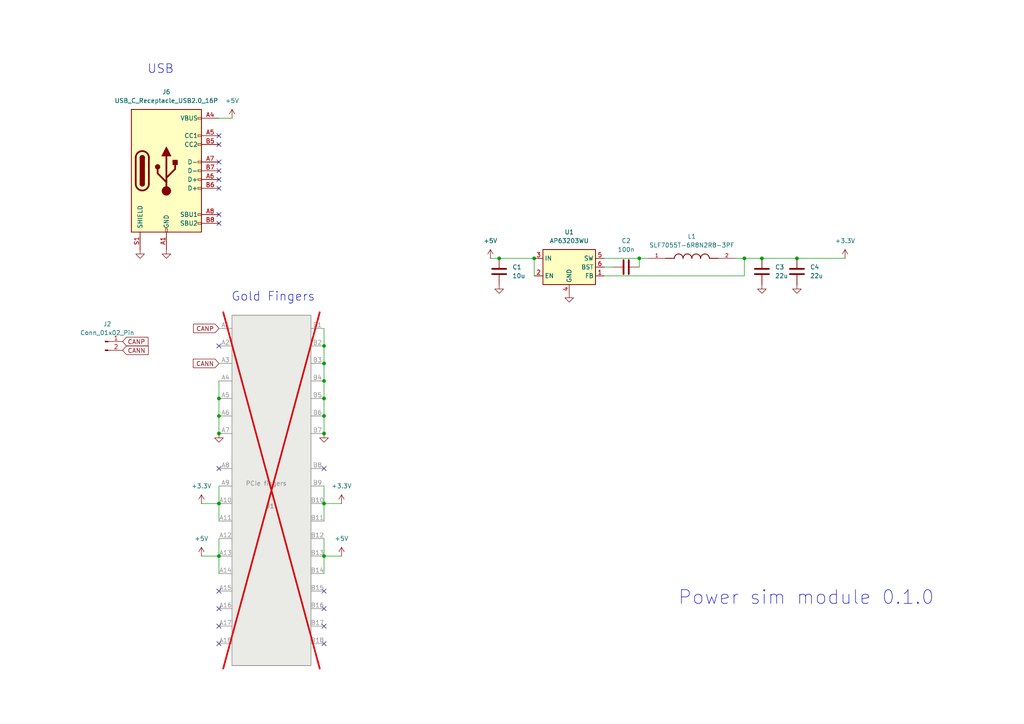
<source format=kicad_sch>
(kicad_sch (version 20231120) (generator "eeschema") (generator_version "8.0")
  (paper "A4")
  (lib_symbols
    (symbol "Connector:Bus_PCI_Express_x1" (pin_names (offset 0) hide)
      (property "Reference" "J1" (at 4.826 -16.002 0))
      (property "info" "PCIe fingers" (at -1.524 -5.588 0))
      (symbol "Bus_PCI_Express_x1_0_1"
        (rectangle (start -11.43 43.18) (end 11.43 -58.42) (stroke (width 0.254)) (fill (type background)))
      )
      (symbol "Bus_PCI_Express_x1_1_1"
        (pin unspecified line (at -15.24 39.37 0) (length 3.81) (name "~{PRSNT1}") (number "A1"))
        (pin passive line (at -15.24 -11.43 0) (length 3.81) (name "+3.3V") (number "A10"))
        (pin input line (at -15.24 -16.51 0) (length 3.81) (name "~{PERST}") (number "A11"))
        (pin passive line (at -15.24 -21.59 0) (length 3.81) (name "GND") (number "A12"))
        (pin input line (at -15.24 -26.67 0) (length 3.81) (name "REFCLK+") (number "A13"))
        (pin input line (at -15.24 -31.75 0) (length 3.81) (name "REFCLK-") (number "A14"))
        (pin passive line (at -15.24 -36.83 0) (length 3.81) (name "GND") (number "A15"))
        (pin output line (at -15.24 -41.91 0) (length 3.81) (name "PERp0") (number "A16"))
        (pin output line (at -15.24 -46.99 0) (length 3.81) (name "PERn0") (number "A17"))
        (pin passive line (at -15.24 -52.07 0) (length 3.81) (name "GND") (number "A18"))
        (pin unspecified line (at -15.24 34.29 0) (length 3.81) (name "+12V") (number "A2"))
        (pin passive line (at -15.24 29.21 0) (length 3.81) (name "+12V") (number "A3"))
        (pin passive line (at -15.24 24.13 0) (length 3.81) (name "GND") (number "A4"))
        (pin input line (at -15.24 19.05 0) (length 3.81) (name "JTAG2") (number "A5"))
        (pin input line (at -15.24 13.97 0) (length 3.81) (name "JTAG3") (number "A6"))
        (pin output line (at -15.24 8.89 0) (length 3.81) (name "JTAG4") (number "A7"))
        (pin input line (at -15.24 -1.27 0) (length 3.81) (name "JTAG5") (number "A8"))
        (pin passive line (at -15.24 -6.35 0) (length 3.81) (name "+3.3V") (number "A9"))
        (pin power_in line (at 15.24 39.37 180) (length 3.81) (name "+12V") (number "B1"))
        (pin power_in line (at 15.24 -11.43 180) (length 3.81) (name "3.3Vaux") (number "B10"))
        (pin open_collector line (at 15.24 -16.51 180) (length 3.81) (name "~{WAKE}") (number "B11"))
        (pin passive line (at 15.24 -21.59 180) (length 3.81) (name "RSVD") (number "B12"))
        (pin passive line (at 15.24 -26.67 180) (length 3.81) (name "GND") (number "B13"))
        (pin input line (at 15.24 -31.75 180) (length 3.81) (name "PETp0") (number "B14"))
        (pin input line (at 15.24 -36.83 180) (length 3.81) (name "PETn0") (number "B15"))
        (pin passive line (at 15.24 -41.91 180) (length 3.81) (name "GND") (number "B16"))
        (pin passive line (at 15.24 -46.99 180) (length 3.81) (name "~{PRSNT2}") (number "B17"))
        (pin passive line (at 15.24 -52.07 180) (length 3.81) (name "GND") (number "B18"))
        (pin passive line (at 15.24 34.29 180) (length 3.81) (name "+12V") (number "B2"))
        (pin passive line (at 15.24 29.21 180) (length 3.81) (name "+12V") (number "B3"))
        (pin power_in line (at 15.24 24.13 180) (length 3.81) (name "GND") (number "B4"))
        (pin input line (at 15.24 19.05 180) (length 3.81) (name "SMCLK") (number "B5"))
        (pin bidirectional line (at 15.24 13.97 180) (length 3.81) (name "SMDAT") (number "B6"))
        (pin passive line (at 15.24 8.89 180) (length 3.81) (name "GND") (number "B7"))
        (pin power_in line (at 15.24 -1.27 180) (length 3.81) (name "+3.3V") (number "B8"))
        (pin input line (at 15.24 -6.35 180) (length 3.81) (name "JTAG1") (number "B9"))
      )
    )
    (symbol "Connector:Conn_01x02_Pin" (pin_names (offset 1.016) hide)
      (property "Reference" "J" (at 0 2.54 0))
      (property "Value" "Conn_01x02_Pin" (at 0 -5.08 0))
      (symbol "Conn_01x02_Pin_1_1"
        (polyline (pts (xy 1.27 -2.54) (xy 0.8636 -2.54)) (stroke (width 0.1524)))
        (polyline (pts (xy 1.27 0) (xy 0.8636 0)) (stroke (width 0.1524)))
        (rectangle (start 0.8636 -2.413) (end 0 -2.667) (stroke (width 0.1524)) (fill (type outline)))
        (rectangle (start 0.8636 0.127) (end 0 -0.127) (stroke (width 0.1524)) (fill (type outline)))
        (pin passive line (at 5.08 0 180) (length 3.81) (name "Pin_1") (number "1"))
        (pin passive line (at 5.08 -2.54 180) (length 3.81) (name "Pin_2") (number "2"))
      )
    )
    (symbol "Connector:USB_C_Receptacle_USB2.0_16P" (pin_names (offset 1.016))
      (property "Reference" "J" (at 0 22.225 0))
      (property "Value" "USB_C_Receptacle_USB2.0_16P" (at 0 19.685 0))
      (symbol "USB_C_Receptacle_USB2.0_16P_0_0"
        (rectangle (start -0.254 -17.78) (end 0.254 -16.764))
        (rectangle (start 10.16 -14.986) (end 9.144 -15.494))
        (rectangle (start 10.16 -12.446) (end 9.144 -12.954))
        (rectangle (start 10.16 -4.826) (end 9.144 -5.334))
        (rectangle (start 10.16 -2.286) (end 9.144 -2.794))
        (rectangle (start 10.16 0.254) (end 9.144 -0.254))
        (rectangle (start 10.16 2.794) (end 9.144 2.286))
        (rectangle (start 10.16 7.874) (end 9.144 7.366))
        (rectangle (start 10.16 10.414) (end 9.144 9.906))
        (rectangle (start 10.16 15.494) (end 9.144 14.986))
      )
      (symbol "USB_C_Receptacle_USB2.0_16P_0_1"
        (rectangle (start -10.16 17.78) (end 10.16 -17.78) (stroke (width 0.254)) (fill (type background)))
        (arc (start -8.89 -3.81) (mid -6.985 -5.7067) (end -5.08 -3.81) (stroke (width 0.508)))
        (arc (start -7.62 -3.81) (mid -6.985 -4.4423) (end -6.35 -3.81) (stroke (width 0.254)))
        (arc (start -7.62 -3.81) (mid -6.985 -4.4423) (end -6.35 -3.81) (stroke (width 0.254)) (fill (type outline)))
        (rectangle (start -7.62 -3.81) (end -6.35 3.81) (stroke (width 0.254)) (fill (type outline)))
        (arc (start -6.35 3.81) (mid -6.985 4.4423) (end -7.62 3.81) (stroke (width 0.254)))
        (arc (start -6.35 3.81) (mid -6.985 4.4423) (end -7.62 3.81) (stroke (width 0.254)) (fill (type outline)))
        (arc (start -5.08 3.81) (mid -6.985 5.7067) (end -8.89 3.81) (stroke (width 0.508)))
        (circle (center -2.54 1.143) (radius 0.635) (stroke (width 0.254)) (fill (type outline)))
        (circle (center 0 -5.842) (radius 1.27) (fill (type outline)))
        (polyline (pts (xy -8.89 -3.81) (xy -8.89 3.81)) (stroke (width 0.508)))
        (polyline (pts (xy -5.08 3.81) (xy -5.08 -3.81)) (stroke (width 0.508)))
        (polyline (pts (xy 0 -5.842) (xy 0 4.318)) (stroke (width 0.508)))
        (polyline (pts (xy 0 -3.302) (xy -2.54 -0.762) (xy -2.54 0.508)) (stroke (width 0.508)))
        (polyline (pts (xy 0 -2.032) (xy 2.54 0.508) (xy 2.54 1.778)) (stroke (width 0.508)))
        (polyline (pts (xy -1.27 4.318) (xy 0 6.858) (xy 1.27 4.318) (xy -1.27 4.318)) (stroke (width 0.254)) (fill (type outline)))
        (rectangle (start 1.905 1.778) (end 3.175 3.048) (stroke (width 0.254)) (fill (type outline)))
      )
      (symbol "USB_C_Receptacle_USB2.0_16P_1_1"
        (pin passive line (at 0 -22.86 90) (length 5.08) (name "GND") (number "A1"))
        (pin passive line (at 0 -22.86 90) (length 5.08) hide (name "GND") (number "A12"))
        (pin passive line (at 15.24 15.24 180) (length 5.08) (name "VBUS") (number "A4"))
        (pin bidirectional line (at 15.24 10.16 180) (length 5.08) (name "CC1") (number "A5"))
        (pin bidirectional line (at 15.24 -2.54 180) (length 5.08) (name "D+") (number "A6"))
        (pin bidirectional line (at 15.24 2.54 180) (length 5.08) (name "D-") (number "A7"))
        (pin bidirectional line (at 15.24 -12.7 180) (length 5.08) (name "SBU1") (number "A8"))
        (pin passive line (at 15.24 15.24 180) (length 5.08) hide (name "VBUS") (number "A9"))
        (pin passive line (at 0 -22.86 90) (length 5.08) hide (name "GND") (number "B1"))
        (pin passive line (at 0 -22.86 90) (length 5.08) hide (name "GND") (number "B12"))
        (pin passive line (at 15.24 15.24 180) (length 5.08) hide (name "VBUS") (number "B4"))
        (pin bidirectional line (at 15.24 7.62 180) (length 5.08) (name "CC2") (number "B5"))
        (pin bidirectional line (at 15.24 -5.08 180) (length 5.08) (name "D+") (number "B6"))
        (pin bidirectional line (at 15.24 0 180) (length 5.08) (name "D-") (number "B7"))
        (pin bidirectional line (at 15.24 -15.24 180) (length 5.08) (name "SBU2") (number "B8"))
        (pin passive line (at 15.24 15.24 180) (length 5.08) hide (name "VBUS") (number "B9"))
        (pin passive line (at -7.62 -22.86 90) (length 5.08) (name "SHIELD") (number "S1"))
      )
    )
    (symbol "Device:C" (pin_numbers hide) (pin_names (offset 0.254))
      (property "Reference" "C" (at 0.635 2.54 0))
      (property "Value" "C" (at 0.635 -2.54 0))
      (symbol "C_0_1"
        (polyline (pts (xy -2.032 -0.762) (xy 2.032 -0.762)) (stroke (width 0.508)))
        (polyline (pts (xy -2.032 0.762) (xy 2.032 0.762)) (stroke (width 0.508)))
      )
      (symbol "C_1_1"
        (pin passive line (at 0 3.81 270) (length 2.794) (name "~") (number "1"))
        (pin passive line (at 0 -3.81 90) (length 2.794) (name "~") (number "2"))
      )
    )
    (symbol "Regulator_Switching:AP63203WU"
      (property "Reference" "U" (at -7.62 6.35 0))
      (property "Value" "AP63203WU" (at 2.54 6.35 0))
      (symbol "AP63203WU_0_1"
        (rectangle (start -7.62 5.08) (end 7.62 -5.08) (stroke (width 0.254)) (fill (type background)))
      )
      (symbol "AP63203WU_1_1"
        (pin input line (at 10.16 -2.54 180) (length 2.54) (name "FB") (number "1"))
        (pin input line (at -10.16 -2.54 0) (length 2.54) (name "EN") (number "2"))
        (pin power_in line (at -10.16 2.54 0) (length 2.54) (name "IN") (number "3"))
        (pin power_in line (at 0 -7.62 90) (length 2.54) (name "GND") (number "4"))
        (pin output line (at 10.16 2.54 180) (length 2.54) (name "SW") (number "5"))
        (pin passive line (at 10.16 0 180) (length 2.54) (name "BST") (number "6"))
      )
    )
    (symbol "SLF7055T-6R8N2R8-3PF:SLF7055T-6R8N2R8-3PF" (pin_names (offset 1.016))
      (property "Reference" "L" (at -10.16 5.08 0))
      (property "Value" "SLF7055T-6R8N2R8-3PF" (at -10.16 -5.08 0))
      (symbol "SLF7055T-6R8N2R8-3PF_0_0"
        (arc (start -2.54 0) (mid -3.81 1.2645) (end -5.08 0) (stroke (width 0.254)))
        (arc (start 0 0) (mid -1.27 1.2645) (end -2.54 0) (stroke (width 0.254)))
        (polyline (pts (xy -5.08 0) (xy -7.62 0)) (stroke (width 0.254)))
        (polyline (pts (xy 5.08 0) (xy 7.62 0)) (stroke (width 0.254)))
        (arc (start 2.54 0) (mid 1.27 1.2645) (end 0 0) (stroke (width 0.254)))
        (arc (start 5.08 0) (mid 3.81 1.2645) (end 2.54 0) (stroke (width 0.254)))
        (pin passive line (at -12.7 0 0) (length 5.08) (name "~") (number "1"))
        (pin passive line (at 12.7 0 180) (length 5.08) (name "~") (number "2"))
      )
    )
    (symbol "power:+3.3V" (power) (pin_numbers hide) (pin_names (offset 0) hide)
      (property "Value" "+3.3V" (at 0 3.556 0))
      (symbol "+3.3V_0_1"
        (polyline (pts (xy -0.762 1.27) (xy 0 2.54)))
        (polyline (pts (xy 0 0) (xy 0 2.54)))
        (polyline (pts (xy 0 2.54) (xy 0.762 1.27)))
      )
      (symbol "+3.3V_1_1"
        (pin power_in line (at 0 0 90) (length 0) (name "~") (number "1"))
      )
    )
    (symbol "power:+5V" (power) (pin_numbers hide) (pin_names (offset 0) hide)
      (property "Value" "+5V" (at 0 3.556 0))
      (symbol "+5V_0_1"
        (polyline (pts (xy -0.762 1.27) (xy 0 2.54)))
        (polyline (pts (xy 0 0) (xy 0 2.54)))
        (polyline (pts (xy 0 2.54) (xy 0.762 1.27)))
      )
      (symbol "+5V_1_1"
        (pin power_in line (at 0 0 90) (length 0) (name "~") (number "1"))
      )
    )
    (symbol "power:GND" (power) (pin_numbers hide) (pin_names (offset 0) hide)
      (property "Value" "GND" (at 0 -3.81 0))
      (symbol "GND_0_1"
        (polyline (pts (xy 0 0) (xy 0 -1.27) (xy 1.27 -1.27) (xy 0 -2.54) (xy -1.27 -1.27) (xy 0 -1.27)))
      )
      (symbol "GND_1_1"
        (pin power_in line (at 0 0 270) (length 0) (name "~") (number "1"))
      )
    )
    (symbol "power:VAA" (power) (pin_numbers hide) (pin_names (offset 0) hide)
      (property "Value" "VAA" (at 0 3.556 0))
      (symbol "VAA_0_1"
        (polyline (pts (xy -0.762 1.27) (xy 0 2.54)))
        (polyline (pts (xy 0 0) (xy 0 2.54)))
        (polyline (pts (xy 0 2.54) (xy 0.762 1.27)))
      )
      (symbol "VAA_1_1"
        (pin power_in line (at 0 0 90) (length 0) (name "~") (number "1"))
      )
    )
  )
  (junction (at 93.98 120.65))
  (junction (at 93.98 110.49))
  (junction (at 63.5 146.05))
  (junction (at 93.98 105.41))
  (junction (at 185.42 74.93))
  (junction (at 63.5 120.65))
  (junction (at 93.98 125.73))
  (junction (at 93.98 115.57))
  (junction (at 63.5 125.73))
  (junction (at 93.98 100.33))
  (junction (at 93.98 161.29))
  (junction (at 231.14 74.93))
  (junction (at 215.9 74.93))
  (junction (at 144.78 74.93))
  (junction (at 63.5 115.57))
  (junction (at 93.98 146.05))
  (junction (at 220.98 74.93))
  (junction (at 154.94 74.93))
  (junction (at 63.5 161.29))
  (no_connect (at 93.98 171.45))
  (no_connect (at 63.5 64.77))
  (no_connect (at 63.5 62.23))
  (no_connect (at 93.98 135.89))
  (no_connect (at 63.5 171.45))
  (no_connect (at 93.98 176.53))
  (no_connect (at 63.5 39.37))
  (no_connect (at 63.5 49.53))
  (no_connect (at 63.5 41.91))
  (no_connect (at 63.5 46.99))
  (no_connect (at 63.5 181.61))
  (no_connect (at 63.5 186.69))
  (no_connect (at 63.5 54.61))
  (no_connect (at 63.5 52.07))
  (no_connect (at 63.5 100.33))
  (no_connect (at 93.98 186.69))
  (no_connect (at 63.5 135.89))
  (no_connect (at 63.5 176.53))
  (no_connect (at 93.98 181.61))
  (wire (pts (xy 93.98 115.57) (xy 93.98 120.65)))
  (wire (pts (xy 177.8 77.47) (xy 175.26 77.47)))
  (wire (pts (xy 187.96 74.93) (xy 185.42 74.93)))
  (wire (pts (xy 63.5 110.49) (xy 63.5 115.57)))
  (wire (pts (xy 93.98 146.05) (xy 93.98 151.13)))
  (wire (pts (xy 93.98 120.65) (xy 93.98 125.73)))
  (wire (pts (xy 144.78 74.93) (xy 154.94 74.93)))
  (wire (pts (xy 231.14 74.93) (xy 245.11 74.93)))
  (wire (pts (xy 175.26 74.93) (xy 185.42 74.93)))
  (wire (pts (xy 93.98 161.29) (xy 93.98 156.21)))
  (wire (pts (xy 63.5 146.05) (xy 63.5 140.97)))
  (wire (pts (xy 220.98 74.93) (xy 231.14 74.93)))
  (wire (pts (xy 93.98 105.41) (xy 93.98 110.49)))
  (wire (pts (xy 93.98 146.05) (xy 93.98 140.97)))
  (wire (pts (xy 63.5 120.65) (xy 63.5 125.73)))
  (wire (pts (xy 63.5 146.05) (xy 63.5 151.13)))
  (wire (pts (xy 58.42 161.29) (xy 63.5 161.29)))
  (wire (pts (xy 215.9 74.93) (xy 220.98 74.93)))
  (wire (pts (xy 175.26 80.01) (xy 215.9 80.01)))
  (wire (pts (xy 93.98 110.49) (xy 93.98 115.57)))
  (wire (pts (xy 58.42 146.05) (xy 63.5 146.05)))
  (wire (pts (xy 142.24 74.93) (xy 144.78 74.93)))
  (wire (pts (xy 99.06 146.05) (xy 93.98 146.05)))
  (wire (pts (xy 63.5 161.29) (xy 63.5 166.37)))
  (wire (pts (xy 154.94 74.93) (xy 154.94 80.01)))
  (wire (pts (xy 63.5 115.57) (xy 63.5 120.65)))
  (wire (pts (xy 99.06 161.29) (xy 93.98 161.29)))
  (wire (pts (xy 213.36 74.93) (xy 215.9 74.93)))
  (wire (pts (xy 215.9 74.93) (xy 215.9 80.01)))
  (wire (pts (xy 93.98 95.25) (xy 93.98 100.33)))
  (wire (pts (xy 63.5 161.29) (xy 63.5 156.21)))
  (wire (pts (xy 93.98 161.29) (xy 93.98 166.37)))
  (wire (pts (xy 93.98 100.33) (xy 93.98 105.41)))
  (wire (pts (xy 67.31 34.29) (xy 63.5 34.29)))
  (wire (pts (xy 185.42 74.93) (xy 185.42 77.47)))
  (text "USB" (at 42.672 21.59 0) (effects (font (size 2.54 2.54)) (justify left bottom)))
  (text "Power sim module 0.1.0" (at 196.596 175.768 0) (effects (font (size 4 4)) (justify left bottom)))
  (text "Gold Fingers" (at 67.056 87.63 0) (effects (font (size 2.54 2.54)) (justify left bottom)))
  (global_label "CANN" (shape input) (at 35.56 101.6 0) (property "Intersheetrefs" "${INTERSHEET_REFS}" (effects (hide yes))))
  (global_label "CANN" (shape input) (at 63.5 105.41 180) (property "Intersheetrefs" "${INTERSHEET_REFS}" (effects (hide yes))))
  (global_label "CANP" (shape input) (at 63.5 95.25 180) (property "Intersheetrefs" "${INTERSHEET_REFS}" (effects (hide yes))))
  (global_label "CANP" (shape input) (at 35.56 99.06 0) (property "Intersheetrefs" "${INTERSHEET_REFS}" (effects (hide yes))))
  (symbol (lib_id "power:GND") (at 220.98 82.55 0) (unit 1)
    (property "Reference" "#PWR06" (effects (hide yes)))
    (property "Value" "GND" (effects (hide yes)))
    (property "Description" "Power symbol creates a global label with name \"GND\" , ground" (effects (hide yes)))
  )
  (symbol (lib_id "power:VAA") (at 58.42 146.05 0) (unit 1)
    (property "Reference" "#PWR022" (effects (hide yes)))
    (property "Value" "+3.3V" (at 58.42 140.97 0))
    (property "Description" "Power symbol creates a global label with name \"VAA\"" (effects (hide yes)))
  )
  (symbol (lib_id "power:GND") (at 93.98 125.73 0) (unit 1)
    (property "Reference" "#PWR014" (effects (hide yes)))
    (property "Value" "GND" (effects (hide yes)))
    (property "Description" "Power symbol creates a global label with name \"GND\" , ground" (effects (hide yes)))
  )
  (symbol (lib_id "power:VAA") (at 99.06 161.29 0) (unit 1)
    (property "Reference" "#PWR021" (effects (hide yes)))
    (property "Value" "+5V" (at 99.06 156.21 0))
    (property "Description" "Power symbol creates a global label with name \"VAA\"" (effects (hide yes)))
  )
  (symbol (lib_id "power:VAA") (at 58.42 161.29 0) (unit 1)
    (property "Reference" "#PWR010" (effects (hide yes)))
    (property "Value" "+5V" (at 58.42 156.21 0))
    (property "Description" "Power symbol creates a global label with name \"VAA\"" (effects (hide yes)))
  )
  (symbol (lib_id "power:GND") (at 48.26 72.39 0) (unit 1)
    (property "Reference" "#PWR029" (effects (hide yes)))
    (property "Value" "GND" (effects (hide yes)))
    (property "Description" "Power symbol creates a global label with name \"GND\" , ground" (effects (hide yes)))
  )
  (symbol (lib_id "power:GND") (at 231.14 82.55 0) (unit 1)
    (property "Reference" "#PWR07" (effects (hide yes)))
    (property "Value" "GND" (effects (hide yes)))
    (property "Description" "Power symbol creates a global label with name \"GND\" , ground" (effects (hide yes)))
  )
  (symbol (lib_id "power:VAA") (at 99.06 146.05 0) (unit 1)
    (property "Reference" "#PWR023" (effects (hide yes)))
    (property "Value" "+3.3V" (at 99.06 140.97 0))
    (property "Description" "Power symbol creates a global label with name \"VAA\"" (effects (hide yes)))
  )
  (symbol (lib_id "Device:C") (at 220.98 78.74 0) (unit 1)
    (property "Reference" "C3" (at 224.79 77.4699 0) (effects (justify left)))
    (property "Value" "22u" (at 224.79 80.0099 0) (effects (justify left)))
    (property "Footprint" "Capacitor_SMD:C_0603_1608Metric" (effects (hide yes)))
    (property "Description" "Unpolarized capacitor" (effects (hide yes)))
    (property "JLC Link" "https://jlcpcb.com/partdetail/60514-CL10A226MQ8NRNC/C59461" (effects (hide yes)))
    (property "LCSC Part #" "C59461" (effects (hide yes)))
    (property "basic?" "yes" (effects (hide yes)))
    (property "info" "22uF" (effects (hide yes)))
    (property "price" "C$0.0102 " (effects (hide yes)))
  )
  (symbol (lib_id "power:GND") (at 40.64 72.39 0) (unit 1)
    (property "Reference" "#PWR028" (effects (hide yes)))
    (property "Value" "GND" (effects (hide yes)))
    (property "Description" "Power symbol creates a global label with name \"GND\" , ground" (effects (hide yes)))
  )
  (symbol (lib_id "power:GND") (at 63.5 125.73 0) (unit 1)
    (property "Reference" "#PWR015" (effects (hide yes)))
    (property "Value" "GND" (effects (hide yes)))
    (property "Description" "Power symbol creates a global label with name \"GND\" , ground" (effects (hide yes)))
  )
  (symbol (lib_id "Connector:Bus_PCI_Express_x1") (at 78.74 134.62 0) (unit 1) (dnp yes)
    (property "Reference" "J1" (at 77.216 146.812 0) (effects (justify left)))
    (property "Value" "Bus_PCI_Express_x1" (effects (hide yes)))
    (property "Footprint" "Connector_PCBEdge:BUS_PCIexpress_x1" (effects (hide yes)))
    (property "Datasheet" "http://www.ritrontek.com/uploadfile/2016/1026/20161026105231124.pdf#page=63" (effects (hide yes)))
    (property "Description" "PCI Express bus connector x1" (effects (hide yes)))
    (property "basic?" "n/a" (effects (hide yes)))
    (property "price" "n/a" (effects (hide yes)))
    (property "LCSC Part #" "n/a" (effects (hide yes)))
    (property "info" "PCIe fingers" (at 77.216 140.208 0))
    (property "JLC Link" "n/a" (effects (hide yes)))
  )
  (symbol (lib_id "Regulator_Switching:AP63203WU") (at 165.1 77.47 0) (unit 1)
    (property "Reference" "U1" (at 165.1 67.31 0))
    (property "Value" "AP63203WU" (at 165.1 69.85 0))
    (property "Footprint" "Package_TO_SOT_SMD:TSOT-23-6" (effects (hide yes)))
    (property "Datasheet" "https://www.diodes.com/assets/Datasheets/AP63200-AP63201-AP63203-AP63205.pdf" (effects (hide yes)))
    (property "Description" "2A, 1.1MHz Buck DC/DC Converter, fixed 3.3V output voltage, TSOT-23-6" (effects (hide yes)))
    (property "JLC Link" "https://jlcpcb.com/partdetail/DiodesIncorporated-AP63203WU7/C780769" (effects (hide yes)))
    (property "LCSC Part #" "C780769" (effects (hide yes)))
    (property "basic?" "no" (effects (hide yes)))
    (property "price" " C$0.4339 " (effects (hide yes)))
    (property "info" "Buck Converter" (effects (hide yes)))
  )
  (symbol (lib_id "SLF7055T-6R8N2R8-3PF:SLF7055T-6R8N2R8-3PF") (at 200.66 74.93 0) (unit 1)
    (property "Reference" "L1" (at 200.66 68.58 0))
    (property "Value" "SLF7055T-6R8N2R8-3PF" (at 200.66 71.12 0))
    (property "Footprint" "SLF7055T-6R8N2R8-3PF:IND_SLF7055T-6R8N2R8-3PF" (effects (hide yes)))
    (property "MF" "TDK" (effects (hide yes)))
    (property "MAXIMUM_PACKAGE_HEIGHT" "5.8 mm" (effects (hide yes)))
    (property "Package" "NON STANDARD-2 TDK" (effects (hide yes)))
    (property "Price" "None" (effects (hide yes)))
    (property "Check_prices" "https://www.snapeda.com/parts/SLF7055T-6R8N2R8-3PF/TDK/view-part/?ref=eda" (effects (hide yes)))
    (property "STANDARD" "Manufacturer Recommendations" (effects (hide yes)))
    (property "PARTREV" "N/A" (effects (hide yes)))
    (property "SnapEDA_Link" "https://www.snapeda.com/parts/SLF7055T-6R8N2R8-3PF/TDK/view-part/?ref=snap" (effects (hide yes)))
    (property "MP" "SLF7055T-6R8N2R8-3PF" (effects (hide yes)))
    (property "Description_1" "\n                        \n                            Inductor Power Shielded Wirewound 6.8uH 30% 100KHz Ferrite 2.8A 44.2mOhm DCR T/R\n                        \n" (effects (hide yes)))
    (property "Availability" "In Stock" (effects (hide yes)))
    (property "MANUFACTURER" "TDK" (effects (hide yes)))
    (property "JLC Link" "https://jlcpcb.com/partdetail/Tdk-SLF7055T_6R8N2R83PF/C21218" (effects (hide yes)))
    (property "basic?" "no" (effects (hide yes)))
    (property "info" "6.8uH" (effects (hide yes)))
    (property "price" "C$0.3395 " (effects (hide yes)))
    (property "LCSC Part #" "C21218" (effects (hide yes)))
  )
  (symbol (lib_id "power:+3.3V") (at 245.11 74.93 0) (unit 1)
    (property "Reference" "#PWR03" (effects (hide yes)))
    (property "Value" "+3.3V" (at 245.11 69.85 0))
    (property "Description" "Power symbol creates a global label with name \"+3.3V\"" (effects (hide yes)))
  )
  (symbol (lib_id "power:+5V") (at 67.31 34.29 0) (unit 1)
    (property "Reference" "#PWR01" (effects (hide yes)))
    (property "Value" "+5V" (at 67.31 29.21 0))
    (property "Description" "Power symbol creates a global label with name \"+5V\"" (effects (hide yes)))
  )
  (symbol (lib_id "Device:C") (at 144.78 78.74 0) (unit 1)
    (property "Reference" "C1" (at 148.59 77.4699 0) (effects (justify left)))
    (property "Value" "10u" (at 148.59 80.0099 0) (effects (justify left)))
    (property "Footprint" "Capacitor_SMD:C_0402_1005Metric" (effects (hide yes)))
    (property "Description" "Unpolarized capacitor" (effects (hide yes)))
    (property "JLC Link" "https://jlcpcb.com/partdetail/16204-CL05A106MQ5NUNC/C15525" (effects (hide yes)))
    (property "LCSC Part #" "C15525" (effects (hide yes)))
    (property "basic?" "yes" (effects (hide yes)))
    (property "info" "10uF" (effects (hide yes)))
    (property "price" "C$0.0056 " (effects (hide yes)))
  )
  (symbol (lib_id "Device:C") (at 181.61 77.47 90) (unit 1)
    (property "Reference" "C2" (at 181.61 69.85 90))
    (property "Value" "100n" (at 181.61 72.39 90))
    (property "Footprint" "Capacitor_SMD:C_0402_1005Metric" (effects (hide yes)))
    (property "Description" "Unpolarized capacitor" (effects (hide yes)))
    (property "JLC Link" "https://jlcpcb.com/partdetail/291005-CL05B104KB54PNC/C307331" (effects (hide yes)))
    (property "LCSC Part #" "C307331" (effects (hide yes)))
    (property "basic?" "yes" (effects (hide yes)))
    (property "info" "100nF" (effects (hide yes)))
  )
  (symbol (lib_id "Connector:USB_C_Receptacle_USB2.0_16P") (at 48.26 49.53 0) (unit 1)
    (property "Reference" "J6" (at 48.26 26.67 0))
    (property "Value" "USB_C_Receptacle_USB2.0_16P" (at 48.26 29.21 0))
    (property "Footprint" "Connector_USB:USB_C_Receptacle_Palconn_UTC16-G" (effects (hide yes)))
    (property "Datasheet" "https://www.usb.org/sites/default/files/documents/usb_type-c.zip" (effects (hide yes)))
    (property "Description" "USB 2.0-only 16P Type-C Receptacle connector" (effects (hide yes)))
    (property "JLC Link" "https://jlcpcb.com/partdetail/ShouHan-TYPE_C_16PIN_2MD_073/C2765186" (effects (hide yes)))
    (property "LCSC Part #" "C2765186" (effects (hide yes)))
    (property "basic?" "no" (effects (hide yes)))
    (property "info" "USB-C" (effects (hide yes)))
    (property "price" "C$0.0738 " (effects (hide yes)))
  )
  (symbol (lib_id "power:GND") (at 165.1 85.09 0) (unit 1)
    (property "Reference" "#PWR04" (effects (hide yes)))
    (property "Value" "GND" (effects (hide yes)))
    (property "Description" "Power symbol creates a global label with name \"GND\" , ground" (effects (hide yes)))
  )
  (symbol (lib_id "power:GND") (at 144.78 82.55 0) (unit 1)
    (property "Reference" "#PWR05" (effects (hide yes)))
    (property "Value" "GND" (effects (hide yes)))
    (property "Description" "Power symbol creates a global label with name \"GND\" , ground" (effects (hide yes)))
  )
  (symbol (lib_id "Connector:Conn_01x02_Pin") (at 30.48 99.06 0) (unit 1)
    (property "Reference" "J2" (at 31.115 93.98 0))
    (property "Value" "Conn_01x02_Pin" (at 31.115 96.52 0))
    (property "Footprint" "Connector_PinHeader_2.54mm:PinHeader_1x02_P2.54mm_Vertical" (effects (hide yes)))
    (property "Description" "Generic connector, single row, 01x02, script generated" (effects (hide yes)))
  )
  (symbol (lib_id "Device:C") (at 231.14 78.74 0) (unit 1)
    (property "Reference" "C4" (at 234.95 77.4699 0) (effects (justify left)))
    (property "Value" "22u" (at 234.95 80.0099 0) (effects (justify left)))
    (property "Footprint" "Capacitor_SMD:C_0603_1608Metric" (effects (hide yes)))
    (property "Description" "Unpolarized capacitor" (effects (hide yes)))
    (property "JLC Link" "https://jlcpcb.com/partdetail/60514-CL10A226MQ8NRNC/C59461" (effects (hide yes)))
    (property "LCSC Part #" "C59461" (effects (hide yes)))
    (property "basic?" "yes" (effects (hide yes)))
    (property "info" "22uF" (effects (hide yes)))
    (property "price" "C$0.0102 " (effects (hide yes)))
  )
  (symbol (lib_id "power:+5V") (at 142.24 74.93 0) (unit 1)
    (property "Reference" "#PWR02" (effects (hide yes)))
    (property "Value" "+5V" (at 142.24 69.85 0))
    (property "Description" "Power symbol creates a global label with name \"+5V\"" (effects (hide yes)))
  )
)
</source>
